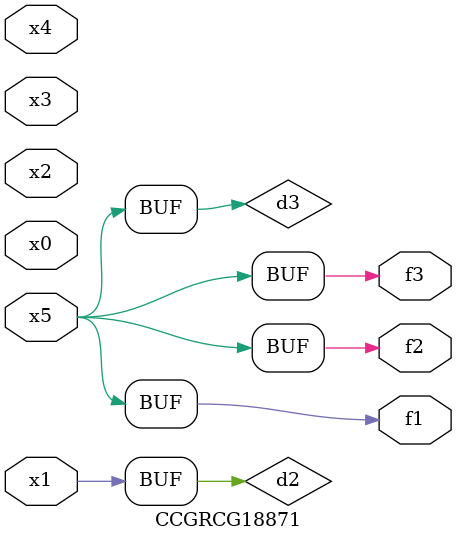
<source format=v>
module CCGRCG18871(
	input x0, x1, x2, x3, x4, x5,
	output f1, f2, f3
);

	wire d1, d2, d3;

	not (d1, x5);
	or (d2, x1);
	xnor (d3, d1);
	assign f1 = d3;
	assign f2 = d3;
	assign f3 = d3;
endmodule

</source>
